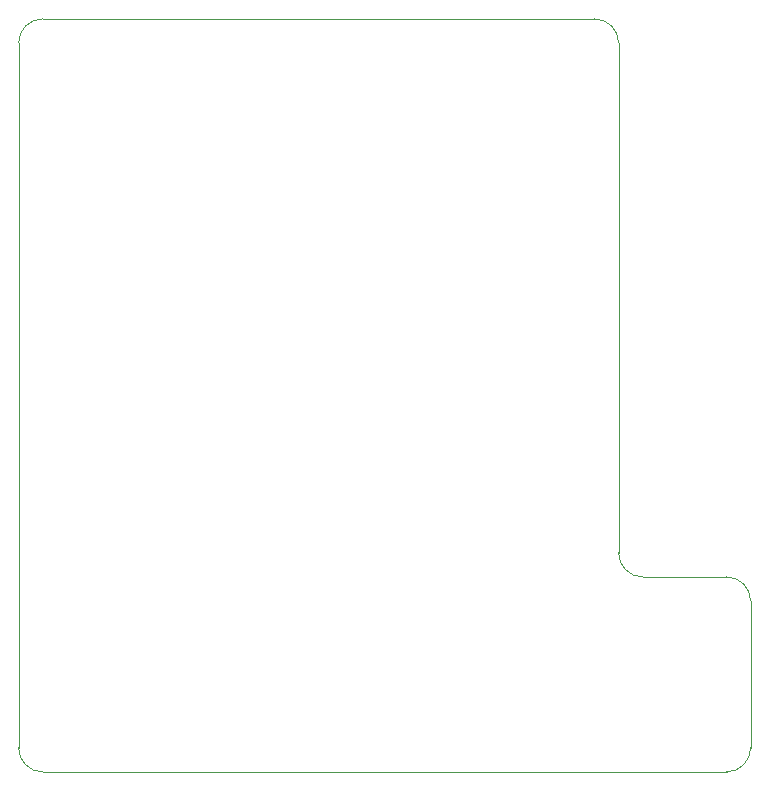
<source format=gbr>
%TF.GenerationSoftware,KiCad,Pcbnew,(5.1.9)-1*%
%TF.CreationDate,2021-04-28T16:43:30+10:00*%
%TF.ProjectId,ESP32-D1Mini-HUB75,45535033-322d-4443-914d-696e692d4855,rev?*%
%TF.SameCoordinates,Original*%
%TF.FileFunction,Profile,NP*%
%FSLAX46Y46*%
G04 Gerber Fmt 4.6, Leading zero omitted, Abs format (unit mm)*
G04 Created by KiCad (PCBNEW (5.1.9)-1) date 2021-04-28 16:43:30*
%MOMM*%
%LPD*%
G01*
G04 APERTURE LIST*
%TA.AperFunction,Profile*%
%ADD10C,0.050000*%
%TD*%
G04 APERTURE END LIST*
D10*
X119634000Y-109220000D02*
G75*
G02*
X121666000Y-111252000I0J-2032000D01*
G01*
X70866000Y-111252000D02*
G75*
G02*
X72898000Y-109220000I2032000J0D01*
G01*
X72898000Y-172974000D02*
G75*
G02*
X70866000Y-170942000I0J2032000D01*
G01*
X130810000Y-156464000D02*
G75*
G02*
X132842000Y-158496000I0J-2032000D01*
G01*
X132842000Y-170942000D02*
G75*
G02*
X130810000Y-172974000I-2032000J0D01*
G01*
X123698000Y-156464000D02*
G75*
G02*
X121666000Y-154432000I0J2032000D01*
G01*
X119634000Y-109220000D02*
X72898000Y-109220000D01*
X121666000Y-154432000D02*
X121666000Y-111252000D01*
X130810000Y-156464000D02*
X123698000Y-156464000D01*
X132842000Y-170942000D02*
X132842000Y-158496000D01*
X72898000Y-172974000D02*
X130810000Y-172974000D01*
X70866000Y-111252000D02*
X70866000Y-170942000D01*
M02*

</source>
